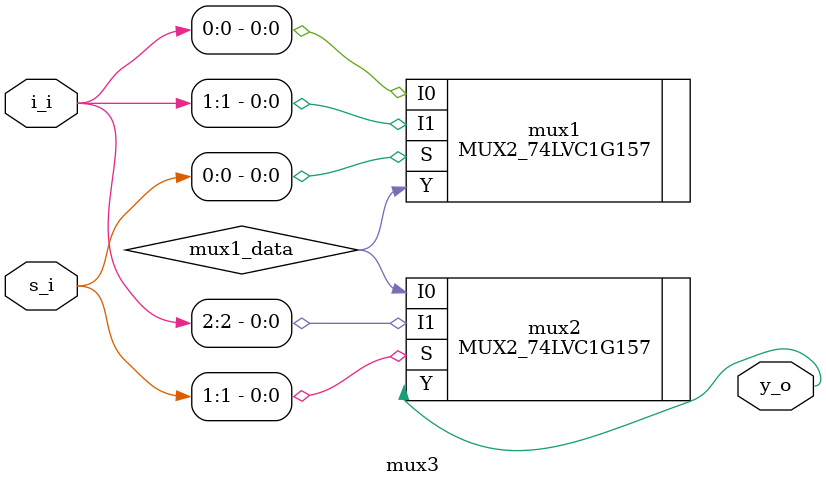
<source format=v>

module mux3 (
  input [2:0] i_i,
  input [1:0] s_i,
  output      y_o
);
  wire mux1_data;

  MUX2_74LVC1G157 mux1 (
    .I0 ( i_i[0]    ),
    .I1 ( i_i[1]    ),
    .S  ( s_i[0]    ),
    .Y  ( mux1_data )
  );

  MUX2_74LVC1G157 mux2 (
    .I0 ( mux1_data ),
    .I1 ( i_i[2]    ),
    .S  ( s_i[1]    ),
    .Y  ( y_o       )
  );

endmodule

</source>
